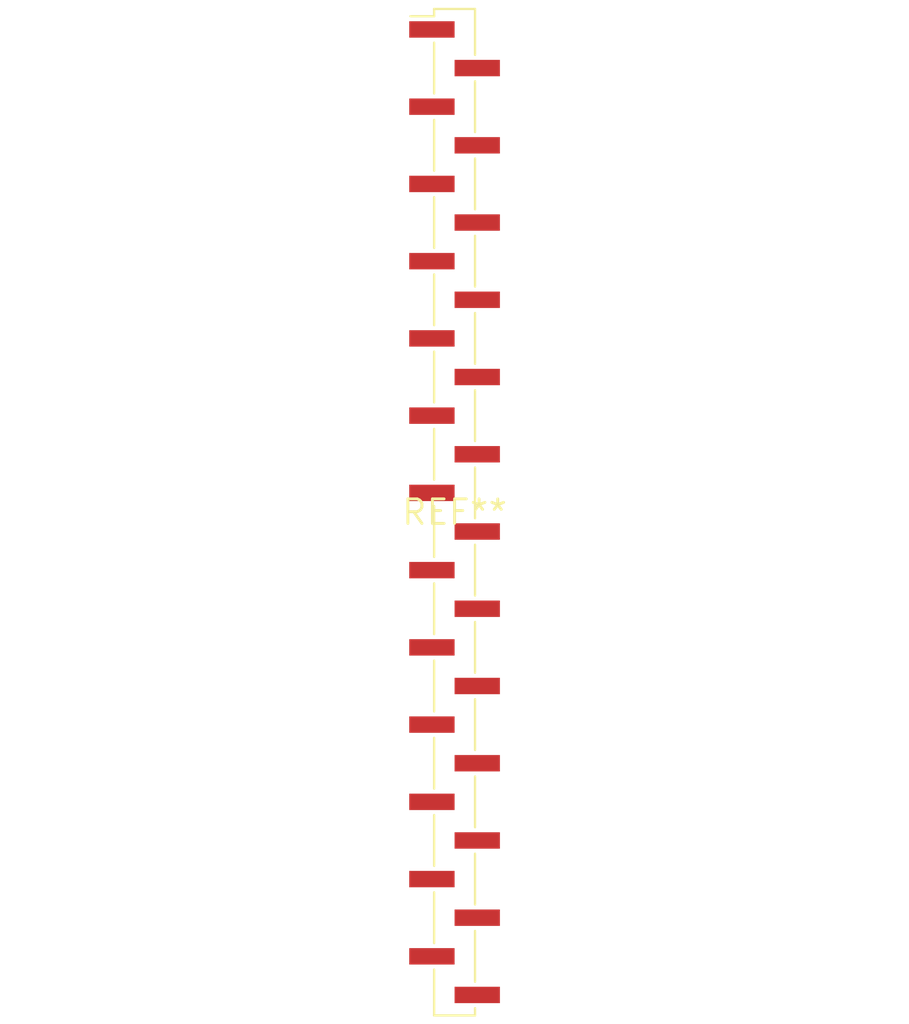
<source format=kicad_pcb>
(kicad_pcb (version 20240108) (generator pcbnew)
  (layers (0 "F.Cu" signal) (31 "B.Cu" signal) (34 "B.Paste" user) (35 "F.Paste" user) (36 "B.SilkS" user "B.Silkscreen") (37 "F.SilkS" user "F.Silkscreen") (38 "B.Mask" user) (39 "F.Mask" user) (44 "Edge.Cuts" user))
  (net 0 "")
  (footprint "PinHeader_1x26_P2.00mm_Vertical_SMD_Pin1Left" (layer "F.Cu") (at 0 0)
    (property "Reference" "REF**")
    (property "Value" "PinHeader_1x26_P2.00mm_Vertical_SMD_Pin1Left")
    (fp_line (start -1.06 -26.06) (end -1.06 -25.685) (layer "F.SilkS") (stroke (width 0.12)))
    (fp_line (start -1.06 -26.06) (end 1.06 -26.06) (layer "F.SilkS") (stroke (width 0.12)))
    (fp_line (start -1.06 -25.685) (end -2.29 -25.685) (layer "F.SilkS") (stroke (width 0.12)))
    (fp_line (start -1.06 -24.315) (end -1.06 -21.685) (layer "F.SilkS") (stroke (width 0.12)))
    (fp_line (start -1.06 -20.315) (end -1.06 -17.685) (layer "F.SilkS") (stroke (width 0.12)))
    (fp_line (start -1.06 -16.315) (end -1.06 -13.685) (layer "F.SilkS") (stroke (width 0.12)))
    (fp_line (start -1.06 -12.315) (end -1.06 -9.685) (layer "F.SilkS") (stroke (width 0.12)))
    (fp_line (start -1.06 -8.315) (end -1.06 -5.685) (layer "F.SilkS") (stroke (width 0.12)))
    (fp_line (start -1.06 -4.315) (end -1.06 -1.685) (layer "F.SilkS") (stroke (width 0.12)))
    (fp_line (start -1.06 -0.315) (end -1.06 2.315) (layer "F.SilkS") (stroke (width 0.12)))
    (fp_line (start -1.06 3.685) (end -1.06 6.315) (layer "F.SilkS") (stroke (width 0.12)))
    (fp_line (start -1.06 7.685) (end -1.06 10.315) (layer "F.SilkS") (stroke (width 0.12)))
    (fp_line (start -1.06 11.685) (end -1.06 14.315) (layer "F.SilkS") (stroke (width 0.12)))
    (fp_line (start -1.06 15.685) (end -1.06 18.315) (layer "F.SilkS") (stroke (width 0.12)))
    (fp_line (start -1.06 19.685) (end -1.06 22.315) (layer "F.SilkS") (stroke (width 0.12)))
    (fp_line (start -1.06 23.685) (end -1.06 26.06) (layer "F.SilkS") (stroke (width 0.12)))
    (fp_line (start -1.06 26.06) (end 1.06 26.06) (layer "F.SilkS") (stroke (width 0.12)))
    (fp_line (start 1.06 -26.06) (end 1.06 -23.685) (layer "F.SilkS") (stroke (width 0.12)))
    (fp_line (start 1.06 -22.315) (end 1.06 -19.685) (layer "F.SilkS") (stroke (width 0.12)))
    (fp_line (start 1.06 -18.315) (end 1.06 -15.685) (layer "F.SilkS") (stroke (width 0.12)))
    (fp_line (start 1.06 -14.315) (end 1.06 -11.685) (layer "F.SilkS") (stroke (width 0.12)))
    (fp_line (start 1.06 -10.315) (end 1.06 -7.685) (layer "F.SilkS") (stroke (width 0.12)))
    (fp_line (start 1.06 -6.315) (end 1.06 -3.685) (layer "F.SilkS") (stroke (width 0.12)))
    (fp_line (start 1.06 -2.315) (end 1.06 0.315) (layer "F.SilkS") (stroke (width 0.12)))
    (fp_line (start 1.06 1.685) (end 1.06 4.315) (layer "F.SilkS") (stroke (width 0.12)))
    (fp_line (start 1.06 5.685) (end 1.06 8.315) (layer "F.SilkS") (stroke (width 0.12)))
    (fp_line (start 1.06 9.685) (end 1.06 12.315) (layer "F.SilkS") (stroke (width 0.12)))
    (fp_line (start 1.06 13.685) (end 1.06 16.315) (layer "F.SilkS") (stroke (width 0.12)))
    (fp_line (start 1.06 17.685) (end 1.06 20.315) (layer "F.SilkS") (stroke (width 0.12)))
    (fp_line (start 1.06 21.685) (end 1.06 24.315) (layer "F.SilkS") (stroke (width 0.12)))
    (fp_line (start 1.06 25.685) (end 1.06 26.06) (layer "F.SilkS") (stroke (width 0.12)))
    (pad "1" smd rect (at -1.175 -25) (size 2.35 0.85) (layers "F.Cu" "F.Paste" "F.Mask"))
    (pad "2" smd rect (at 1.175 -23) (size 2.35 0.85) (layers "F.Cu" "F.Paste" "F.Mask"))
    (pad "3" smd rect (at -1.175 -21) (size 2.35 0.85) (layers "F.Cu" "F.Paste" "F.Mask"))
    (pad "4" smd rect (at 1.175 -19) (size 2.35 0.85) (layers "F.Cu" "F.Paste" "F.Mask"))
    (pad "5" smd rect (at -1.175 -17) (size 2.35 0.85) (layers "F.Cu" "F.Paste" "F.Mask"))
    (pad "6" smd rect (at 1.175 -15) (size 2.35 0.85) (layers "F.Cu" "F.Paste" "F.Mask"))
    (pad "7" smd rect (at -1.175 -13) (size 2.35 0.85) (layers "F.Cu" "F.Paste" "F.Mask"))
    (pad "8" smd rect (at 1.175 -11) (size 2.35 0.85) (layers "F.Cu" "F.Paste" "F.Mask"))
    (pad "9" smd rect (at -1.175 -9) (size 2.35 0.85) (layers "F.Cu" "F.Paste" "F.Mask"))
    (pad "10" smd rect (at 1.175 -7) (size 2.35 0.85) (layers "F.Cu" "F.Paste" "F.Mask"))
    (pad "11" smd rect (at -1.175 -5) (size 2.35 0.85) (layers "F.Cu" "F.Paste" "F.Mask"))
    (pad "12" smd rect (at 1.175 -3) (size 2.35 0.85) (layers "F.Cu" "F.Paste" "F.Mask"))
    (pad "13" smd rect (at -1.175 -1) (size 2.35 0.85) (layers "F.Cu" "F.Paste" "F.Mask"))
    (pad "14" smd rect (at 1.175 1) (size 2.35 0.85) (layers "F.Cu" "F.Paste" "F.Mask"))
    (pad "15" smd rect (at -1.175 3) (size 2.35 0.85) (layers "F.Cu" "F.Paste" "F.Mask"))
    (pad "16" smd rect (at 1.175 5) (size 2.35 0.85) (layers "F.Cu" "F.Paste" "F.Mask"))
    (pad "17" smd rect (at -1.175 7) (size 2.35 0.85) (layers "F.Cu" "F.Paste" "F.Mask"))
    (pad "18" smd rect (at 1.175 9) (size 2.35 0.85) (layers "F.Cu" "F.Paste" "F.Mask"))
    (pad "19" smd rect (at -1.175 11) (size 2.35 0.85) (layers "F.Cu" "F.Paste" "F.Mask"))
    (pad "20" smd rect (at 1.175 13) (size 2.35 0.85) (layers "F.Cu" "F.Paste" "F.Mask"))
    (pad "21" smd rect (at -1.175 15) (size 2.35 0.85) (layers "F.Cu" "F.Paste" "F.Mask"))
    (pad "22" smd rect (at 1.175 17) (size 2.35 0.85) (layers "F.Cu" "F.Paste" "F.Mask"))
    (pad "23" smd rect (at -1.175 19) (size 2.35 0.85) (layers "F.Cu" "F.Paste" "F.Mask"))
    (pad "24" smd rect (at 1.175 21) (size 2.35 0.85) (layers "F.Cu" "F.Paste" "F.Mask"))
    (pad "25" smd rect (at -1.175 23) (size 2.35 0.85) (layers "F.Cu" "F.Paste" "F.Mask"))
    (pad "26" smd rect (at 1.175 25) (size 2.35 0.85) (layers "F.Cu" "F.Paste" "F.Mask"))
  )
)
</source>
